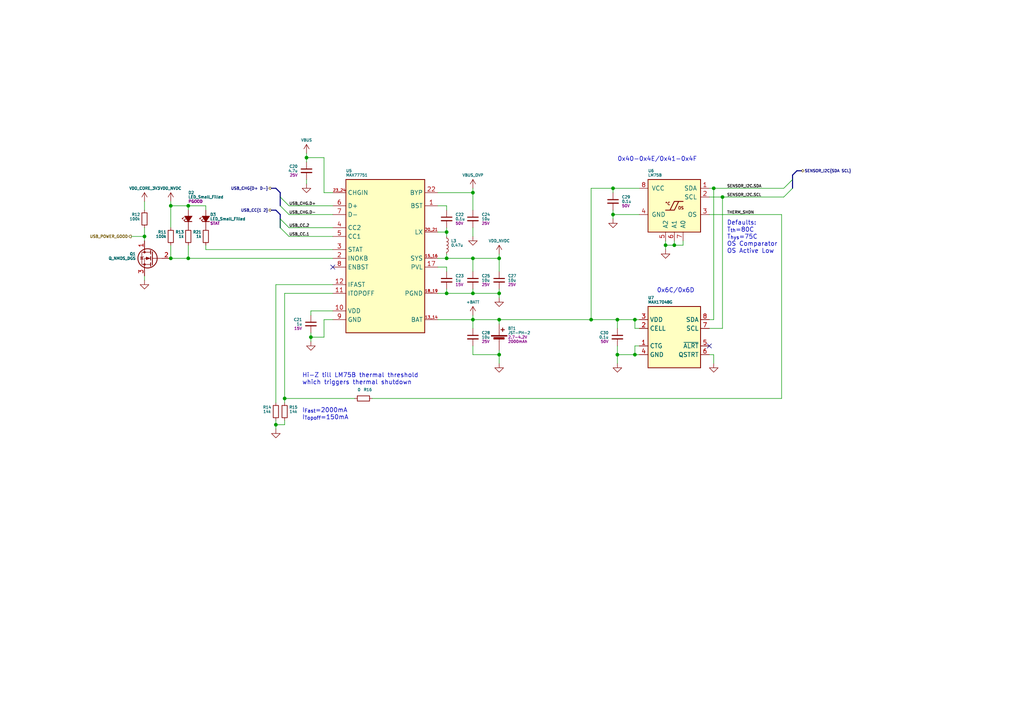
<source format=kicad_sch>
(kicad_sch (version 20211123) (generator eeschema)
  (paper "A4")
  (title_block (rev "A") (company "Frisius"))
  (lib_symbols
    (symbol "Device:Battery_Cell" (pin_numbers hide) (pin_names (offset 0) hide)
      (property "Reference" "BT" (at 2.54 2.54 0))
      (property "Value" "Battery_Cell" (at 2.54 0 0))
      (symbol "Battery_Cell_0_1"
        (rectangle (start -2.286 1.778) (end 2.286 1.524) (fill (type outline)))
        (rectangle (start -1.5748 1.1938) (end 1.4732 0.6858) (fill (type outline)))
        (polyline (pts (xy 0 0.762) (xy 0 0)))
        (polyline (pts (xy 0 1.778) (xy 0 2.54)))
        (polyline (pts (xy 0.508 3.429) (xy 1.524 3.429)) (stroke (width 0.254)))
        (polyline (pts (xy 1.016 3.937) (xy 1.016 2.921)) (stroke (width 0.254)))
      )
      (symbol "Battery_Cell_1_1"
        (pin passive line (at 0 5.08 270) (length 2.54) (name "+") (number "1"))
        (pin passive line (at 0 -2.54 90) (length 2.54) (name "-") (number "2"))
      )
    )
    (symbol "Device:C_Small" (pin_numbers hide) (pin_names (offset 0.254) hide)
      (property "Reference" "C" (at 0.254 1.778 0))
      (property "Value" "C_Small" (at 0.254 -2.032 0))
      (symbol "C_Small_0_1"
        (polyline (pts (xy -1.524 -0.508) (xy 1.524 -0.508)) (stroke (width 0.3302)))
        (polyline (pts (xy -1.524 0.508) (xy 1.524 0.508)) (stroke (width 0.3048)))
      )
      (symbol "C_Small_1_1"
        (pin passive line (at 0 2.54 270) (length 2.032) (name "~") (number "1"))
        (pin passive line (at 0 -2.54 90) (length 2.032) (name "~") (number "2"))
      )
    )
    (symbol "Device:LED_Small_Filled" (pin_numbers hide) (pin_names (offset 0.254) hide)
      (property "Reference" "D" (at -1.27 3.175 0))
      (property "Value" "LED_Small_Filled" (at -4.445 -2.54 0))
      (symbol "LED_Small_Filled_0_1"
        (polyline (pts (xy -0.762 -1.016) (xy -0.762 1.016)) (stroke (width 0.254)))
        (polyline (pts (xy 1.016 0) (xy -0.762 0)))
        (polyline (pts (xy 0.762 -1.016) (xy -0.762 0) (xy 0.762 1.016) (xy 0.762 -1.016)) (stroke (width 0.254)) (fill (type outline)))
        (polyline (pts (xy 0 0.762) (xy -0.508 1.27) (xy -0.254 1.27) (xy -0.508 1.27) (xy -0.508 1.016)))
        (polyline (pts (xy 0.508 1.27) (xy 0 1.778) (xy 0.254 1.778) (xy 0 1.778) (xy 0 1.524)))
      )
      (symbol "LED_Small_Filled_1_1"
        (pin passive line (at -2.54 0 0) (length 1.778) (name "K") (number "1"))
        (pin passive line (at 2.54 0 180) (length 1.778) (name "A") (number "2"))
      )
    )
    (symbol "Device:L_Small" (pin_numbers hide) (pin_names (offset 0.254) hide)
      (property "Reference" "L" (at 0.762 1.016 0))
      (property "Value" "L_Small" (at 0.762 -1.016 0))
      (symbol "L_Small_0_1"
        (arc (start 0 -2.032) (mid 0.508 -1.524) (end 0 -1.016))
        (arc (start 0 -1.016) (mid 0.508 -0.508) (end 0 0))
        (arc (start 0 0) (mid 0.508 0.508) (end 0 1.016))
        (arc (start 0 1.016) (mid 0.508 1.524) (end 0 2.032))
      )
      (symbol "L_Small_1_1"
        (pin passive line (at 0 2.54 270) (length 0.508) (name "~") (number "1"))
        (pin passive line (at 0 -2.54 90) (length 0.508) (name "~") (number "2"))
      )
    )
    (symbol "Device:Q_NMOS_DGS" (pin_names (offset 0) hide)
      (property "Reference" "Q" (at 5.08 1.27 0))
      (property "Value" "Q_NMOS_DGS" (at 5.08 -1.27 0))
      (symbol "Q_NMOS_DGS_0_1"
        (polyline (pts (xy 0.254 0) (xy -2.54 0)))
        (polyline (pts (xy 0.254 1.905) (xy 0.254 -1.905)) (stroke (width 0.254)))
        (polyline (pts (xy 0.762 -1.27) (xy 0.762 -2.286)) (stroke (width 0.254)))
        (polyline (pts (xy 0.762 0.508) (xy 0.762 -0.508)) (stroke (width 0.254)))
        (polyline (pts (xy 0.762 2.286) (xy 0.762 1.27)) (stroke (width 0.254)))
        (polyline (pts (xy 2.54 2.54) (xy 2.54 1.778)))
        (polyline (pts (xy 2.54 -2.54) (xy 2.54 0) (xy 0.762 0)))
        (polyline (pts (xy 0.762 -1.778) (xy 3.302 -1.778) (xy 3.302 1.778) (xy 0.762 1.778)))
        (polyline (pts (xy 1.016 0) (xy 2.032 0.381) (xy 2.032 -0.381) (xy 1.016 0)) (fill (type outline)))
        (polyline (pts (xy 2.794 0.508) (xy 2.921 0.381) (xy 3.683 0.381) (xy 3.81 0.254)))
        (polyline (pts (xy 3.302 0.381) (xy 2.921 -0.254) (xy 3.683 -0.254) (xy 3.302 0.381)))
        (circle (center 1.651 0) (radius 2.794) (stroke (width 0.254)))
        (circle (center 2.54 -1.778) (radius 0.254) (fill (type outline)))
        (circle (center 2.54 1.778) (radius 0.254) (fill (type outline)))
      )
      (symbol "Q_NMOS_DGS_1_1"
        (pin passive line (at 2.54 5.08 270) (length 2.54) (name "D") (number "1"))
        (pin input line (at -5.08 0 0) (length 2.54) (name "G") (number "2"))
        (pin passive line (at 2.54 -5.08 90) (length 2.54) (name "S") (number "3"))
      )
    )
    (symbol "Device:R_Small" (pin_numbers hide) (pin_names (offset 0.254) hide)
      (property "Reference" "R" (at 0.762 0.508 0))
      (property "Value" "R_Small" (at 0.762 -1.016 0))
      (symbol "R_Small_0_1"
        (rectangle (start -0.762 1.778) (end 0.762 -1.778) (stroke (width 0.2032)))
      )
      (symbol "R_Small_1_1"
        (pin passive line (at 0 2.54 270) (length 0.762) (name "~") (number "1"))
        (pin passive line (at 0 -2.54 90) (length 0.762) (name "~") (number "2"))
      )
    )
    (symbol "bt_PMIC_Battery_Charger:MAX77751"
      (property "Reference" "U?" (at -11.43 24.13 0))
      (property "Value" "MAX77751" (at -11.43 22.86 0))
      (symbol "MAX77751_0_1"
        (rectangle (start -11.43 21.59) (end 11.43 -22.86) (stroke (width 0.254)) (fill (type background)))
      )
      (symbol "MAX77751_1_1"
        (pin output line (at 15.24 13.97 180) (length 3.81) (name "BST") (number "1"))
        (pin power_out line (at -15.24 -16.51 0) (length 3.81) (name "VDD") (number "10"))
        (pin input line (at -15.24 -11.43 0) (length 3.81) (name "ITOPOFF") (number "11"))
        (pin input line (at -15.24 -8.89 0) (length 3.81) (name "IFAST") (number "12"))
        (pin power_in line (at 15.24 -19.05 180) (length 3.81) (name "BAT") (number "13_14"))
        (pin power_out line (at 15.24 -1.27 180) (length 3.81) (name "SYS") (number "15_16"))
        (pin power_out line (at 15.24 -3.81 180) (length 3.81) (name "PVL") (number "17"))
        (pin power_in line (at 15.24 -11.43 180) (length 3.81) (name "PGND") (number "18_19"))
        (pin open_collector line (at -15.24 -1.27 0) (length 3.81) (name "INOKB") (number "2"))
        (pin output line (at 15.24 6.35 180) (length 3.81) (name "LX") (number "20_21"))
        (pin power_out line (at 15.24 17.78 180) (length 3.81) (name "BYP") (number "22"))
        (pin power_in line (at -15.24 17.78 0) (length 3.81) (name "CHGIN") (number "23_24"))
        (pin open_collector line (at -15.24 1.27 0) (length 3.81) (name "STAT") (number "3"))
        (pin bidirectional line (at -15.24 7.62 0) (length 3.81) (name "CC2") (number "4"))
        (pin bidirectional line (at -15.24 5.08 0) (length 3.81) (name "CC1") (number "5"))
        (pin bidirectional line (at -15.24 13.97 0) (length 3.81) (name "D+") (number "6"))
        (pin bidirectional line (at -15.24 11.43 0) (length 3.81) (name "D-") (number "7"))
        (pin input line (at -15.24 -3.81 0) (length 3.81) (name "ENBST") (number "8"))
        (pin power_in line (at -15.24 -19.05 0) (length 3.81) (name "GND") (number "9"))
      )
    )
    (symbol "bt_PMIC_Battery_Management:MAX17048G"
      (property "Reference" "U" (at 0 12.7 0))
      (property "Value" "MAX17048G" (at 0 10.16 0))
      (symbol "MAX17048G_0_1"
        (rectangle (start -7.62 6.35) (end 7.62 -11.43) (stroke (width 0.254)) (fill (type background)))
      )
      (symbol "MAX17048G_1_1"
        (pin passive line (at -10.16 -5.08 0) (length 2.54) (name "CTG") (number "1"))
        (pin input line (at -10.16 0 0) (length 2.54) (name "CELL") (number "2"))
        (pin power_in line (at -10.16 2.54 0) (length 2.54) (name "VDD") (number "3"))
        (pin power_in line (at -10.16 -7.62 0) (length 2.54) (name "GND") (number "4"))
        (pin passive line (at 10.16 -5.08 180) (length 2.54) (name "~{ALRT}") (number "5"))
        (pin passive line (at 10.16 -7.62 180) (length 2.54) (name "QSTRT") (number "6"))
        (pin passive line (at 10.16 0 180) (length 2.54) (name "SCL") (number "7"))
        (pin passive line (at 10.16 2.54 180) (length 2.54) (name "SDA") (number "8"))
      )
    )
    (symbol "bt_Sensor_Environmental:LM75B" (pin_names (offset 1.016))
      (property "Reference" "U?" (at -7.62 11.43 0))
      (property "Value" "LM75B" (at -7.62 10.16 0))
      (symbol "LM75B_0_0"
        (text "OS" (at 1.905 -0.635 0) (effects (font (size 0.8 0.8) bold)))
        (text "°C" (at -1.905 0.635 0) (effects (font (size 0.8 0.8) bold)))
      )
      (symbol "LM75B_0_1"
        (rectangle (start -7.62 7.62) (end 7.62 -7.62) (stroke (width 0.254)) (fill (type background)))
        (polyline (pts (xy -2.54 -1.27) (xy -1.27 -1.27) (xy 0 1.27) (xy 2.54 1.27) (xy 1.27 1.27) (xy 0 -1.27) (xy -1.27 -1.27)) (stroke (width 0.254)))
      )
      (symbol "LM75B_1_1"
        (pin bidirectional line (at 10.16 5.08 180) (length 2.54) (name "SDA") (number "1"))
        (pin input line (at 10.16 2.54 180) (length 2.54) (name "SCL") (number "2"))
        (pin open_collector line (at 10.16 -2.54 180) (length 2.54) (name "OS") (number "3"))
        (pin power_in line (at -10.16 -2.54 0) (length 2.54) (name "GND") (number "4"))
        (pin input line (at -2.54 -10.16 90) (length 2.54) (name "A2") (number "5"))
        (pin input line (at 0 -10.16 90) (length 2.54) (name "A1") (number "6"))
        (pin input line (at 2.54 -10.16 90) (length 2.54) (name "A0") (number "7"))
        (pin power_in line (at -10.16 5.08 0) (length 2.54) (name "VCC") (number "8"))
      )
    )
    (symbol "bt_power:VBUS_OVP" (power) (in_bom no) (on_board no)
      (property "Value" "VBUS_OVP" (at 0.2286 3.5814 0))
      (symbol "VBUS_OVP_0_1"
        (polyline (pts (xy -0.762 1.27) (xy 0 2.54)))
        (polyline (pts (xy 0 0) (xy 0 2.54)))
        (polyline (pts (xy 0 2.54) (xy 0.762 1.27)))
      )
      (symbol "VBUS_OVP_1_1"
        (pin power_in line (at 0 0 90) (length 0) hide (name "VBUS_OVP") (number "1"))
      )
    )
    (symbol "bt_power:VDD_CORE_3V3" (power) (in_bom no) (on_board no)
      (property "Value" "VDD_CORE_3V3" (at 0.2286 3.5814 0))
      (symbol "VDD_CORE_3V3_0_1"
        (polyline (pts (xy -0.762 1.27) (xy 0 2.54)))
        (polyline (pts (xy 0 0) (xy 0 2.54)))
        (polyline (pts (xy 0 2.54) (xy 0.762 1.27)))
      )
      (symbol "VDD_CORE_3V3_1_1"
        (pin power_in line (at 0 0 90) (length 0) hide (name "VDD_CORE_3V3") (number "1"))
      )
    )
    (symbol "bt_power:VDD_NVDC" (power) (in_bom no) (on_board no)
      (property "Value" "VDD_NVDC" (at 0.2286 3.5814 0))
      (symbol "VDD_NVDC_0_1"
        (polyline (pts (xy -0.762 1.27) (xy 0 2.54)))
        (polyline (pts (xy 0 0) (xy 0 2.54)))
        (polyline (pts (xy 0 2.54) (xy 0.762 1.27)))
      )
      (symbol "VDD_NVDC_1_1"
        (pin power_in line (at 0 0 90) (length 0) hide (name "VDD_NVDC") (number "1"))
      )
    )
    (symbol "power:+BATT" (power) (pin_names (offset 0))
      (property "Value" "+BATT" (at 0 3.556 0))
      (symbol "+BATT_0_1"
        (polyline (pts (xy -0.762 1.27) (xy 0 2.54)))
        (polyline (pts (xy 0 0) (xy 0 2.54)))
        (polyline (pts (xy 0 2.54) (xy 0.762 1.27)))
      )
      (symbol "+BATT_1_1"
        (pin power_in line (at 0 0 90) (length 0) hide (name "+BATT") (number "1"))
      )
    )
    (symbol "power:GND" (power) (pin_names (offset 0))
      (property "Value" "GND" (at 0 -3.81 0))
      (symbol "GND_0_1"
        (polyline (pts (xy 0 0) (xy 0 -1.27) (xy 1.27 -1.27) (xy 0 -2.54) (xy -1.27 -1.27) (xy 0 -1.27)))
      )
      (symbol "GND_1_1"
        (pin power_in line (at 0 0 270) (length 0) hide (name "GND") (number "1"))
      )
    )
    (symbol "power:VBUS" (power) (pin_names (offset 0))
      (property "Value" "VBUS" (at 0 3.81 0))
      (symbol "VBUS_0_1"
        (polyline (pts (xy -0.762 1.27) (xy 0 2.54)))
        (polyline (pts (xy 0 0) (xy 0 2.54)))
        (polyline (pts (xy 0 2.54) (xy 0.762 1.27)))
      )
      (symbol "VBUS_1_1"
        (pin power_in line (at 0 0 90) (length 0) hide (name "VBUS") (number "1"))
      )
    )
  )
  (junction (at 179.07 102.87))
  (junction (at 137.16 55.88))
  (junction (at 49.53 74.93))
  (junction (at 137.16 74.93))
  (junction (at 129.54 74.93))
  (junction (at 49.53 59.69))
  (junction (at 54.61 59.69))
  (junction (at 144.78 102.87))
  (junction (at 209.55 57.15))
  (junction (at 177.8 54.61))
  (junction (at 88.9 45.72))
  (junction (at 193.04 71.12))
  (junction (at 137.16 92.71))
  (junction (at 137.16 85.09))
  (junction (at 129.54 85.09))
  (junction (at 144.78 85.09))
  (junction (at 144.78 74.93))
  (junction (at 80.01 123.19))
  (junction (at 179.07 92.71))
  (junction (at 184.15 102.87))
  (junction (at 90.17 97.79))
  (junction (at 171.45 92.71))
  (junction (at 129.54 67.31))
  (junction (at 41.91 68.58))
  (junction (at 177.8 62.23))
  (junction (at 54.61 74.93))
  (junction (at 184.15 92.71))
  (junction (at 144.78 92.71))
  (junction (at 207.01 54.61))
  (junction (at 195.58 71.12))
  (junction (at 82.55 115.57))
  (no_connect (at 96.52 77.47))
  (no_connect (at 205.74 100.33))
  (bus_entry (at 229.87 54.61) (size -2.54 2.54))
  (bus_entry (at 81.28 59.69) (size 2.54 2.54))
  (bus_entry (at 81.28 63.5) (size 2.54 2.54))
  (bus_entry (at 81.28 66.04) (size 2.54 2.54))
  (bus_entry (at 81.28 57.15) (size 2.54 2.54))
  (bus_entry (at 229.87 52.07) (size -2.54 2.54))
  (wire (pts (xy 54.61 71.12) (xy 54.61 74.93)))
  (wire (pts (xy 88.9 52.07) (xy 88.9 53.34)))
  (wire (pts (xy 93.98 92.71) (xy 93.98 97.79)))
  (wire (pts (xy 137.16 85.09) (xy 137.16 83.82)))
  (bus (pts (xy 80.01 54.61) (xy 81.28 55.88)))
  (wire (pts (xy 179.07 100.33) (xy 179.07 102.87)))
  (wire (pts (xy 205.74 95.25) (xy 209.55 95.25)))
  (wire (pts (xy 171.45 54.61) (xy 171.45 92.71)))
  (wire (pts (xy 205.74 62.23) (xy 226.695 62.23)))
  (wire (pts (xy 82.55 115.57) (xy 102.87 115.57)))
  (wire (pts (xy 129.54 59.69) (xy 127 59.69)))
  (wire (pts (xy 144.78 74.93) (xy 137.16 74.93)))
  (wire (pts (xy 129.54 74.93) (xy 129.54 73.66)))
  (wire (pts (xy 49.53 58.42) (xy 49.53 59.69)))
  (wire (pts (xy 185.42 100.33) (xy 184.15 100.33)))
  (wire (pts (xy 184.15 92.71) (xy 185.42 92.71)))
  (wire (pts (xy 179.07 102.87) (xy 184.15 102.87)))
  (wire (pts (xy 209.55 57.15) (xy 209.55 95.25)))
  (wire (pts (xy 80.01 82.55) (xy 96.52 82.55)))
  (wire (pts (xy 144.78 85.09) (xy 144.78 83.82)))
  (bus (pts (xy 229.87 50.8) (xy 229.87 52.07)))
  (wire (pts (xy 137.16 74.93) (xy 137.16 78.74)))
  (wire (pts (xy 179.07 95.25) (xy 179.07 92.71)))
  (bus (pts (xy 231.14 49.53) (xy 229.87 50.8)))
  (wire (pts (xy 83.82 59.69) (xy 96.52 59.69)))
  (wire (pts (xy 177.8 54.61) (xy 171.45 54.61)))
  (wire (pts (xy 207.01 105.41) (xy 207.01 102.87)))
  (wire (pts (xy 177.8 54.61) (xy 185.42 54.61)))
  (wire (pts (xy 129.54 85.09) (xy 137.16 85.09)))
  (wire (pts (xy 54.61 59.69) (xy 54.61 60.96)))
  (wire (pts (xy 198.12 71.12) (xy 198.12 69.85)))
  (wire (pts (xy 177.8 55.88) (xy 177.8 54.61)))
  (wire (pts (xy 80.01 123.19) (xy 80.01 124.46)))
  (wire (pts (xy 129.54 68.58) (xy 129.54 67.31)))
  (wire (pts (xy 144.78 101.6) (xy 144.78 102.87)))
  (bus (pts (xy 231.14 49.53) (xy 232.41 49.53)))
  (wire (pts (xy 59.69 59.69) (xy 54.61 59.69)))
  (wire (pts (xy 83.82 66.04) (xy 96.52 66.04)))
  (wire (pts (xy 177.8 63.5) (xy 177.8 62.23)))
  (wire (pts (xy 209.55 57.15) (xy 227.33 57.15)))
  (wire (pts (xy 93.98 55.88) (xy 96.52 55.88)))
  (wire (pts (xy 83.82 68.58) (xy 96.52 68.58)))
  (wire (pts (xy 127 85.09) (xy 129.54 85.09)))
  (wire (pts (xy 59.69 60.96) (xy 59.69 59.69)))
  (wire (pts (xy 137.16 102.87) (xy 144.78 102.87)))
  (wire (pts (xy 90.17 97.79) (xy 93.98 97.79)))
  (wire (pts (xy 193.04 71.12) (xy 195.58 71.12)))
  (wire (pts (xy 137.16 95.25) (xy 137.16 92.71)))
  (wire (pts (xy 49.53 59.69) (xy 49.53 66.04)))
  (wire (pts (xy 127 67.31) (xy 129.54 67.31)))
  (wire (pts (xy 137.16 85.09) (xy 144.78 85.09)))
  (wire (pts (xy 144.78 73.66) (xy 144.78 74.93)))
  (wire (pts (xy 41.91 68.58) (xy 41.91 66.04)))
  (wire (pts (xy 184.15 102.87) (xy 185.42 102.87)))
  (wire (pts (xy 137.16 54.61) (xy 137.16 55.88)))
  (wire (pts (xy 88.9 46.99) (xy 88.9 45.72)))
  (wire (pts (xy 127 74.93) (xy 129.54 74.93)))
  (wire (pts (xy 137.16 92.71) (xy 144.78 92.71)))
  (wire (pts (xy 184.15 100.33) (xy 184.15 102.87)))
  (wire (pts (xy 195.58 71.12) (xy 198.12 71.12)))
  (wire (pts (xy 226.695 115.57) (xy 226.695 62.23)))
  (wire (pts (xy 137.16 66.04) (xy 137.16 68.58)))
  (wire (pts (xy 207.01 54.61) (xy 227.33 54.61)))
  (wire (pts (xy 81.28 66.04) (xy 81.28 63.5)))
  (bus (pts (xy 229.87 52.07) (xy 229.87 54.61)))
  (wire (pts (xy 129.54 78.74) (xy 129.54 77.47)))
  (wire (pts (xy 205.74 57.15) (xy 209.55 57.15)))
  (wire (pts (xy 49.53 74.93) (xy 54.61 74.93)))
  (wire (pts (xy 195.58 71.12) (xy 195.58 69.85)))
  (wire (pts (xy 82.55 85.09) (xy 96.52 85.09)))
  (wire (pts (xy 82.55 121.92) (xy 82.55 123.19)))
  (wire (pts (xy 54.61 74.93) (xy 96.52 74.93)))
  (bus (pts (xy 81.28 57.15) (xy 81.28 59.69)))
  (wire (pts (xy 90.17 99.06) (xy 90.17 97.79)))
  (wire (pts (xy 207.01 102.87) (xy 205.74 102.87)))
  (wire (pts (xy 82.55 116.84) (xy 82.55 115.57)))
  (wire (pts (xy 137.16 100.33) (xy 137.16 102.87)))
  (wire (pts (xy 129.54 85.09) (xy 129.54 83.82)))
  (wire (pts (xy 96.52 92.71) (xy 93.98 92.71)))
  (wire (pts (xy 144.78 93.98) (xy 144.78 92.71)))
  (wire (pts (xy 83.82 62.23) (xy 96.52 62.23)))
  (wire (pts (xy 82.55 85.09) (xy 82.55 115.57)))
  (wire (pts (xy 93.98 45.72) (xy 93.98 55.88)))
  (wire (pts (xy 88.9 45.72) (xy 93.98 45.72)))
  (wire (pts (xy 80.01 116.84) (xy 80.01 82.55)))
  (wire (pts (xy 129.54 74.93) (xy 137.16 74.93)))
  (wire (pts (xy 41.91 81.28) (xy 41.91 80.01)))
  (wire (pts (xy 49.53 59.69) (xy 54.61 59.69)))
  (wire (pts (xy 193.04 71.12) (xy 193.04 72.39)))
  (wire (pts (xy 59.69 72.39) (xy 96.52 72.39)))
  (wire (pts (xy 171.45 92.71) (xy 179.07 92.71)))
  (wire (pts (xy 137.16 91.44) (xy 137.16 92.71)))
  (wire (pts (xy 207.01 54.61) (xy 207.01 92.71)))
  (wire (pts (xy 49.53 71.12) (xy 49.53 74.93)))
  (bus (pts (xy 81.28 55.88) (xy 81.28 57.15)))
  (wire (pts (xy 205.74 54.61) (xy 207.01 54.61)))
  (wire (pts (xy 96.52 90.17) (xy 90.17 90.17)))
  (wire (pts (xy 185.42 62.23) (xy 177.8 62.23)))
  (wire (pts (xy 177.8 60.96) (xy 177.8 62.23)))
  (bus (pts (xy 78.74 60.96) (xy 80.01 60.96)))
  (wire (pts (xy 129.54 60.96) (xy 129.54 59.69)))
  (wire (pts (xy 193.04 69.85) (xy 193.04 71.12)))
  (wire (pts (xy 144.78 85.09) (xy 144.78 86.36)))
  (wire (pts (xy 80.01 121.92) (xy 80.01 123.19)))
  (wire (pts (xy 144.78 92.71) (xy 171.45 92.71)))
  (wire (pts (xy 129.54 67.31) (xy 129.54 66.04)))
  (bus (pts (xy 81.28 66.04) (xy 81.28 63.5)))
  (wire (pts (xy 107.95 115.57) (xy 226.695 115.57)))
  (wire (pts (xy 129.54 77.47) (xy 127 77.47)))
  (wire (pts (xy 205.74 92.71) (xy 207.01 92.71)))
  (wire (pts (xy 41.91 60.96) (xy 41.91 58.42)))
  (bus (pts (xy 80.01 60.96) (xy 81.28 62.23)))
  (bus (pts (xy 81.28 62.23) (xy 81.28 63.5)))
  (wire (pts (xy 127 55.88) (xy 137.16 55.88)))
  (wire (pts (xy 185.42 95.25) (xy 184.15 95.25)))
  (wire (pts (xy 184.15 95.25) (xy 184.15 92.71)))
  (wire (pts (xy 144.78 78.74) (xy 144.78 74.93)))
  (wire (pts (xy 137.16 55.88) (xy 137.16 60.96)))
  (wire (pts (xy 179.07 105.41) (xy 179.07 102.87)))
  (wire (pts (xy 179.07 92.71) (xy 184.15 92.71)))
  (wire (pts (xy 88.9 45.72) (xy 88.9 44.45)))
  (wire (pts (xy 144.78 105.41) (xy 144.78 102.87)))
  (wire (pts (xy 80.01 123.19) (xy 82.55 123.19)))
  (wire (pts (xy 59.69 71.12) (xy 59.69 72.39)))
  (wire (pts (xy 90.17 96.52) (xy 90.17 97.79)))
  (bus (pts (xy 78.74 54.61) (xy 80.01 54.61)))
  (wire (pts (xy 41.91 68.58) (xy 41.91 69.85)))
  (wire (pts (xy 38.1 68.58) (xy 41.91 68.58)))
  (wire (pts (xy 127 92.71) (xy 137.16 92.71)))
  (wire (pts (xy 90.17 90.17) (xy 90.17 91.44)))
  (text "Defaults:\nT_{th}=80C\nT_{hys}=75C\nOS Comparator\nOS Active Low" (at 210.82 73.66 0) (effects (font (size 1.27 1.27)) (justify left bottom)))
  (text "I_{Fast}=2000mA\nI_{Topoff}=150mA" (at 87.63 121.92 0) (effects (font (size 1.27 1.27)) (justify left bottom)))
  (text "Hi-Z till LM75B thermal threshold\nwhich triggers thermal shutdown" (at 87.63 111.76 0) (effects (font (size 1.27 1.27)) (justify left bottom)))
  (text "0x40-0x4E/0x41-0x4F" (at 179.07 46.99 0) (effects (font (size 1.27 1.27)) (justify left bottom)))
  (text "0x6C/0x6D" (at 190.5 85.09 0) (effects (font (size 1.27 1.27)) (justify left bottom)))
  (label "USB_CHG.D+" (at 83.82 59.69 0) (effects (font (size 0.8 0.8))))
  (label "USB_CC.2" (at 83.82 66.04 0) (effects (font (size 0.8 0.8))))
  (label "USB_CHG.D-" (at 83.82 62.23 0) (effects (font (size 0.8 0.8))))
  (label "SENSOR_I2C.SCL" (at 210.82 57.15 0) (effects (font (size 0.8 0.8))))
  (label "THERM_SHDN" (at 210.82 62.23 0) (effects (font (size 0.8 0.8))))
  (label "USB_CC.1" (at 83.82 68.58 0) (effects (font (size 0.8 0.8))))
  (label "SENSOR_I2C.SDA" (at 210.82 54.61 0) (effects (font (size 0.8 0.8))))
  (hierarchical_label "USB_CC{1 2}" (shape bidirectional) (at 78.74 60.96 180) (effects (font (size 0.8 0.8))))
  (hierarchical_label "USB_POWER_GOOD" (shape output) (at 38.1 68.58 180) (effects (font (size 0.8 0.8))))
  (hierarchical_label "SENSOR_I2C{SDA SCL}" (shape bidirectional) (at 232.41 49.53 0) (effects (font (size 0.8 0.8))))
  (hierarchical_label "USB_CHG{D+ D-}" (shape bidirectional) (at 78.74 54.61 180) (effects (font (size 0.8 0.8))))
  (symbol (lib_id "Device:R_Small") (at 59.69 68.58 180) (unit 1)
    (property "Reference" "R21" (at 58.42 67.31 0) (effects (font (size 0.8 0.8)) (justify left)))
    (property "Value" "1k" (at 58.42 68.58 0) (effects (font (size 0.8 0.8)) (justify left)))
    (property "Footprint" "Resistor_SMD:R_0402_1005Metric" (effects hide))
  )
  (symbol (lib_id "Device:C_Small") (at 137.16 97.79 0) (unit 1)
    (property "Reference" "C28" (at 139.7 96.52 0) (effects (font (size 0.8 0.8)) (justify left)))
    (property "Value" "10u" (at 139.7 97.79 0) (effects (font (size 0.8 0.8)) (justify left)))
    (property "Footprint" "Capacitor_SMD:C_0603_1608Metric" (effects hide))
    (property "Voltage" "25V" (at 139.7 99.06 0) (effects (font (size 0.8 0.8)) (justify left)))
  )
  (symbol (lib_id "bt_PMIC_Battery_Charger:MAX77751") (at 111.76 73.66 0) (unit 1)
    (property "Reference" "U5" (at 100.33 49.53 0) (effects (font (size 0.8 0.8)) (justify left)))
    (property "Value" "MAX77751" (at 100.33 50.8 0) (effects (font (size 0.8 0.8)) (justify left)))
    (property "Footprint" "bt_Package_QFN:FC2QFN-24-3x3_P0.4mm" (effects hide))
  )
  (symbol (lib_id "bt_Sensor_Environmental:LM75B") (at 195.58 59.69 0) (unit 1)
    (property "Reference" "U6" (at 187.96 49.53 0) (effects (font (size 0.8 0.8)) (justify left)))
    (property "Value" "LM75B" (at 187.96 50.8 0) (effects (font (size 0.8 0.8)) (justify left)))
    (property "Footprint" "bt_Package_SON:XSON-8U" (effects hide))
    (property "Datasheet" "http://www.ti.com/lit/ds/symlink/lm75b.pdf" (effects hide))
  )
  (symbol (lib_id "power:GND") (at 88.9 53.34 0) (unit 1)
    (property "Reference" "#PWR024" (effects hide))
    (property "Value" "GND" (effects hide))
  )
  (symbol (lib_id "Device:LED_Small_Filled") (at 54.61 63.5 90) (unit 1)
    (property "Reference" "D2" (at 54.61 55.88 90) (effects (font (size 0.8 0.8)) (justify right)))
    (property "Value" "LED_Small_Filled" (at 54.61 57.15 90) (effects (font (size 0.8 0.8)) (justify right)))
    (property "Footprint" "LED_SMD:LED_0402_1005Metric" (effects hide))
    (property "Label" "PGOOD" (at 54.61 58.42 90) (effects (font (size 0.8 0.8)) (justify right)))
  )
  (symbol (lib_id "Device:R_Small") (at 49.53 68.58 0) (mirror x) (unit 1)
    (property "Reference" "R11" (at 48.26 67.31 0) (effects (font (size 0.8 0.8)) (justify right)))
    (property "Value" "100k" (at 48.26 68.58 0) (effects (font (size 0.8 0.8)) (justify right)))
    (property "Footprint" "Resistor_SMD:R_0402_1005Metric" (effects hide))
  )
  (symbol (lib_id "Device:C_Small") (at 137.16 63.5 0) (unit 1)
    (property "Reference" "C24" (at 139.7 62.23 0) (effects (font (size 0.8 0.8)) (justify left)))
    (property "Value" "10u" (at 139.7 63.5 0) (effects (font (size 0.8 0.8)) (justify left)))
    (property "Footprint" "Capacitor_SMD:C_0603_1608Metric" (effects hide))
    (property "Voltage" "25V" (at 139.7 64.77 0) (effects (font (size 0.8 0.8)) (justify left)))
  )
  (symbol (lib_id "Device:C_Small") (at 137.16 81.28 0) (unit 1)
    (property "Reference" "C25" (at 139.7 80.01 0) (effects (font (size 0.8 0.8)) (justify left)))
    (property "Value" "10u" (at 139.7 81.28 0) (effects (font (size 0.8 0.8)) (justify left)))
    (property "Footprint" "Capacitor_SMD:C_0603_1608Metric" (effects hide))
    (property "Voltage" "25V" (at 139.7 82.55 0) (effects (font (size 0.8 0.8)) (justify left)))
  )
  (symbol (lib_id "bt_power:VDD_CORE_3V3") (at 41.91 58.42 0) (unit 1) (in_bom no) (on_board no)
    (property "Reference" "#U0102" (effects hide))
    (property "Value" "VDD_CORE_3V3" (at 37.465 54.61 0) (effects (font (size 0.8 0.8)) (justify left)))
  )
  (symbol (lib_id "Device:C_Small") (at 129.54 63.5 0) (unit 1)
    (property "Reference" "C22" (at 132.08 62.23 0) (effects (font (size 0.8 0.8)) (justify left)))
    (property "Value" "0.1u" (at 132.08 63.5 0) (effects (font (size 0.8 0.8)) (justify left)))
    (property "Footprint" "Capacitor_SMD:C_0402_1005Metric" (effects hide))
    (property "Voltage" "50V" (at 132.08 64.77 0) (effects (font (size 0.8 0.8)) (justify left)))
  )
  (symbol (lib_id "Device:LED_Small_Filled") (at 59.69 63.5 90) (unit 1)
    (property "Reference" "D3" (at 60.96 62.23 90) (effects (font (size 0.8 0.8)) (justify right)))
    (property "Value" "LED_Small_Filled" (at 60.96 63.5 90) (effects (font (size 0.8 0.8)) (justify right)))
    (property "Footprint" "LED_SMD:LED_0402_1005Metric" (effects hide))
    (property "Label" "STAT" (at 60.96 64.77 90) (effects (font (size 0.8 0.8)) (justify right)))
  )
  (symbol (lib_id "power:GND") (at 41.91 81.28 0) (mirror y) (unit 1)
    (property "Reference" "#PWR0105" (effects hide))
    (property "Value" "GND" (effects hide))
  )
  (symbol (lib_id "Device:R_Small") (at 82.55 119.38 0) (unit 1)
    (property "Reference" "R15" (at 85.09 118.11 0) (effects (font (size 0.8 0.8))))
    (property "Value" "14k" (at 85.09 119.38 0) (effects (font (size 0.8 0.8))))
    (property "Footprint" "Resistor_SMD:R_0402_1005Metric" (effects hide))
  )
  (symbol (lib_id "power:GND") (at 144.78 86.36 0) (unit 1)
    (property "Reference" "#PWR027" (effects hide))
    (property "Value" "GND" (effects hide))
  )
  (symbol (lib_id "power:GND") (at 144.78 105.41 0) (unit 1)
    (property "Reference" "#PWR028" (effects hide))
    (property "Value" "GND" (effects hide))
  )
  (symbol (lib_id "Device:Battery_Cell") (at 144.78 99.06 0) (unit 1)
    (property "Reference" "BT1" (at 147.32 95.25 0) (effects (font (size 0.8 0.8)) (justify left)))
    (property "Value" "JST-PH-2" (at 147.32 96.52 0) (effects (font (size 0.8 0.8)) (justify left)))
    (property "Footprint" "Connector_PinHeader_1.27mm:PinHeader_1x02_P1.27mm_Vertical" (effects hide))
    (property "Voltage" "2.7-4.2V" (at 147.32 97.79 0) (effects (font (size 0.8 0.8)) (justify left)))
    (property "Capacity" "2000mAh" (at 147.32 99.06 0) (effects (font (size 0.8 0.8)) (justify left)))
  )
  (symbol (lib_id "power:GND") (at 90.17 99.06 0) (unit 1)
    (property "Reference" "#PWR025" (effects hide))
    (property "Value" "GND" (effects hide))
  )
  (symbol (lib_id "bt_PMIC_Battery_Management:MAX17048G") (at 195.58 95.25 0) (unit 1)
    (property "Reference" "U7" (at 187.96 86.36 0) (effects (font (size 0.8 0.8)) (justify left)))
    (property "Value" "MAX17048G" (at 187.96 87.63 0) (effects (font (size 0.8 0.8)) (justify left)))
    (property "Footprint" "Package_DFN_QFN:TDFN-8-1EP_2x2mm_P0.5mm_EP0.8x1.2mm" (effects hide))
  )
  (symbol (lib_id "Device:C_Small") (at 129.54 81.28 0) (unit 1)
    (property "Reference" "C23" (at 132.08 80.01 0) (effects (font (size 0.8 0.8)) (justify left)))
    (property "Value" "1u" (at 132.08 81.28 0) (effects (font (size 0.8 0.8)) (justify left)))
    (property "Footprint" "Capacitor_SMD:C_0402_1005Metric" (effects hide))
    (property "Voltage" "15V" (at 132.08 82.55 0) (effects (font (size 0.8 0.8)) (justify left)))
  )
  (symbol (lib_id "bt_power:VDD_NVDC") (at 144.78 73.66 0) (unit 1) (in_bom no) (on_board no)
    (property "Reference" "#U07" (effects hide))
    (property "Value" "VDD_NVDC" (at 144.78 69.85 0) (effects (font (size 0.8 0.8))))
  )
  (symbol (lib_id "power:GND") (at 137.16 68.58 0) (unit 1)
    (property "Reference" "#PWR026" (effects hide))
    (property "Value" "GND" (effects hide))
  )
  (symbol (lib_id "Device:L_Small") (at 129.54 71.12 0) (unit 1)
    (property "Reference" "L3" (at 130.81 69.85 0) (effects (font (size 0.8 0.8)) (justify left)))
    (property "Value" "0.47u" (at 130.81 71.12 0) (effects (font (size 0.8 0.8)) (justify left)))
    (property "Footprint" "Inductor_SMD:L_Wuerth_MAPI-2510" (effects hide))
  )
  (symbol (lib_id "Device:R_Small") (at 105.41 115.57 270) (mirror x) (unit 1)
    (property "Reference" "R16" (at 106.68 113.03 90) (effects (font (size 0.8 0.8))))
    (property "Value" "0" (at 104.14 113.03 90) (effects (font (size 0.8 0.8))))
    (property "Footprint" "Resistor_SMD:R_0402_1005Metric" (effects hide))
  )
  (symbol (lib_id "Device:R_Small") (at 41.91 63.5 0) (mirror x) (unit 1)
    (property "Reference" "R12" (at 40.64 62.23 0) (effects (font (size 0.8 0.8)) (justify right)))
    (property "Value" "100k" (at 40.64 63.5 0) (effects (font (size 0.8 0.8)) (justify right)))
    (property "Footprint" "Resistor_SMD:R_0402_1005Metric" (effects hide))
  )
  (symbol (lib_id "Device:Q_NMOS_DGS") (at 44.45 74.93 0) (mirror y) (unit 1)
    (property "Reference" "Q1" (at 39.37 73.66 0) (effects (font (size 0.8 0.8)) (justify left)))
    (property "Value" "Q_NMOS_DGS" (at 39.37 74.9301 0) (effects (font (size 0.8 0.8)) (justify left)))
    (property "Footprint" "Package_TO_SOT_SMD:SOT-323_SC-70" (effects hide))
  )
  (symbol (lib_id "power:+BATT") (at 137.16 91.44 0) (unit 1)
    (property "Reference" "#PWR029" (effects hide))
    (property "Value" "+BATT" (at 137.16 87.63 0) (effects (font (size 0.8 0.8))))
  )
  (symbol (lib_id "Device:R_Small") (at 80.01 119.38 0) (mirror y) (unit 1)
    (property "Reference" "R14" (at 77.47 118.11 0) (effects (font (size 0.8 0.8))))
    (property "Value" "14k" (at 77.47 119.38 0) (effects (font (size 0.8 0.8))))
    (property "Footprint" "Resistor_SMD:R_0402_1005Metric" (effects hide))
  )
  (symbol (lib_id "power:GND") (at 207.01 105.41 0) (unit 1)
    (property "Reference" "#PWR032" (effects hide))
    (property "Value" "GND" (effects hide))
  )
  (symbol (lib_id "Device:C_Small") (at 177.8 58.42 0) (unit 1)
    (property "Reference" "C29" (at 180.34 57.15 0) (effects (font (size 0.8 0.8)) (justify left)))
    (property "Value" "0.1u" (at 180.34 58.42 0) (effects (font (size 0.8 0.8)) (justify left)))
    (property "Footprint" "Capacitor_SMD:C_0402_1005Metric" (effects hide))
    (property "Voltage" "50V" (at 180.34 59.69 0) (effects (font (size 0.8 0.8)) (justify left)))
  )
  (symbol (lib_id "power:GND") (at 177.8 63.5 0) (unit 1)
    (property "Reference" "#PWR0101" (effects hide))
    (property "Value" "GND" (effects hide))
  )
  (symbol (lib_id "bt_power:VBUS_OVP") (at 137.16 54.61 0) (unit 1) (in_bom no) (on_board no)
    (property "Reference" "#U06" (effects hide))
    (property "Value" "VBUS_OVP" (at 137.16 50.8 0) (effects (font (size 0.8 0.8))))
  )
  (symbol (lib_id "power:GND") (at 179.07 105.41 0) (unit 1)
    (property "Reference" "#PWR030" (effects hide))
    (property "Value" "GND" (effects hide))
  )
  (symbol (lib_id "Device:C_Small") (at 144.78 81.28 0) (unit 1)
    (property "Reference" "C27" (at 147.32 80.01 0) (effects (font (size 0.8 0.8)) (justify left)))
    (property "Value" "10u" (at 147.32 81.28 0) (effects (font (size 0.8 0.8)) (justify left)))
    (property "Footprint" "Capacitor_SMD:C_0603_1608Metric" (effects hide))
    (property "Voltage" "25V" (at 147.32 82.55 0) (effects (font (size 0.8 0.8)) (justify left)))
  )
  (symbol (lib_id "power:GND") (at 193.04 72.39 0) (unit 1)
    (property "Reference" "#PWR031" (effects hide))
    (property "Value" "GND" (effects hide))
  )
  (symbol (lib_id "Device:C_Small") (at 88.9 49.53 0) (mirror y) (unit 1)
    (property "Reference" "C20" (at 86.36 48.26 0) (effects (font (size 0.8 0.8)) (justify left)))
    (property "Value" "4.7u" (at 86.36 49.53 0) (effects (font (size 0.8 0.8)) (justify left)))
    (property "Footprint" "Capacitor_SMD:C_0603_1608Metric" (effects hide))
    (property "Voltage" "25V" (at 86.36 50.8 0) (effects (font (size 0.8 0.8)) (justify left)))
  )
  (symbol (lib_id "Device:R_Small") (at 54.61 68.58 180) (unit 1)
    (property "Reference" "R13" (at 53.34 67.31 0) (effects (font (size 0.8 0.8)) (justify left)))
    (property "Value" "1k" (at 53.34 68.58 0) (effects (font (size 0.8 0.8)) (justify left)))
    (property "Footprint" "Resistor_SMD:R_0402_1005Metric" (effects hide))
  )
  (symbol (lib_id "power:GND") (at 80.01 124.46 0) (unit 1)
    (property "Reference" "#PWR022" (effects hide))
    (property "Value" "GND" (effects hide))
  )
  (symbol (lib_id "Device:C_Small") (at 179.07 97.79 0) (mirror y) (unit 1)
    (property "Reference" "C30" (at 176.53 96.52 0) (effects (font (size 0.8 0.8)) (justify left)))
    (property "Value" "0.1u" (at 176.53 97.79 0) (effects (font (size 0.8 0.8)) (justify left)))
    (property "Footprint" "Capacitor_SMD:C_0402_1005Metric" (effects hide))
    (property "Voltage" "50V" (at 176.53 99.06 0) (effects (font (size 0.8 0.8)) (justify left)))
  )
  (symbol (lib_id "Device:C_Small") (at 90.17 93.98 0) (mirror y) (unit 1)
    (property "Reference" "C21" (at 87.63 92.71 0) (effects (font (size 0.8 0.8)) (justify left)))
    (property "Value" "1u" (at 87.63 93.98 0) (effects (font (size 0.8 0.8)) (justify left)))
    (property "Footprint" "Capacitor_SMD:C_0402_1005Metric" (effects hide))
    (property "Voltage" "15V" (at 87.63 95.25 0) (effects (font (size 0.8 0.8)) (justify left)))
  )
  (symbol (lib_id "power:VBUS") (at 88.9 44.45 0) (unit 1)
    (property "Reference" "#PWR023" (effects hide))
    (property "Value" "VBUS" (at 88.9 40.64 0) (effects (font (size 0.8 0.8))))
  )
  (symbol (lib_id "bt_power:VDD_NVDC") (at 49.53 58.42 0) (unit 1) (in_bom no) (on_board no)
    (property "Reference" "#U0115" (effects hide))
    (property "Value" "VDD_NVDC" (at 49.53 54.61 0) (effects (font (size 0.8 0.8))))
  )
)
</source>
